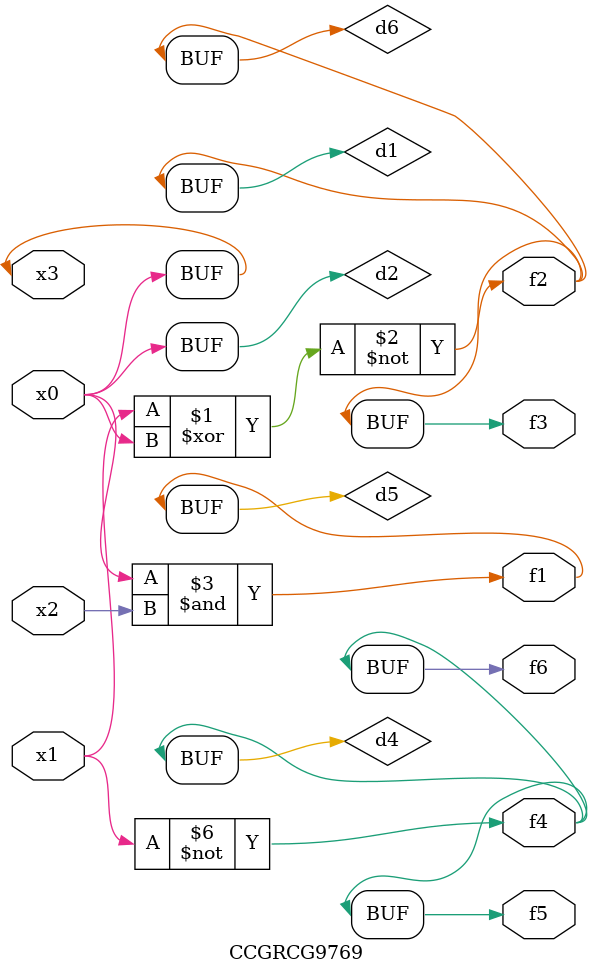
<source format=v>
module CCGRCG9769(
	input x0, x1, x2, x3,
	output f1, f2, f3, f4, f5, f6
);

	wire d1, d2, d3, d4, d5, d6;

	xnor (d1, x1, x3);
	buf (d2, x0, x3);
	nand (d3, x0, x2);
	not (d4, x1);
	nand (d5, d3);
	or (d6, d1);
	assign f1 = d5;
	assign f2 = d6;
	assign f3 = d6;
	assign f4 = d4;
	assign f5 = d4;
	assign f6 = d4;
endmodule

</source>
